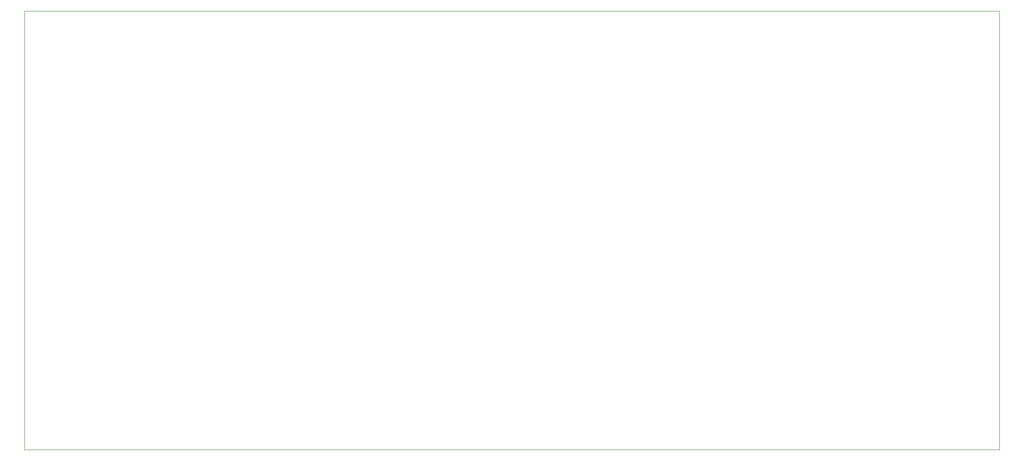
<source format=gm1>
G04 #@! TF.GenerationSoftware,KiCad,Pcbnew,(5.1.9-0-10_14)*
G04 #@! TF.CreationDate,2021-05-29T21:56:35-04:00*
G04 #@! TF.ProjectId,LiBCM,4c694243-4d2e-46b6-9963-61645f706362,A*
G04 #@! TF.SameCoordinates,Original*
G04 #@! TF.FileFunction,Profile,NP*
%FSLAX46Y46*%
G04 Gerber Fmt 4.6, Leading zero omitted, Abs format (unit mm)*
G04 Created by KiCad (PCBNEW (5.1.9-0-10_14)) date 2021-05-29 21:56:35*
%MOMM*%
%LPD*%
G01*
G04 APERTURE LIST*
G04 #@! TA.AperFunction,Profile*
%ADD10C,0.150000*%
G04 #@! TD*
G04 APERTURE END LIST*
D10*
X24750000Y-35000000D02*
X379750000Y-35000000D01*
X24750000Y-195000000D02*
X24750000Y-35000000D01*
X379750000Y-195000000D02*
X379750000Y-35000000D01*
X24750000Y-195000000D02*
X379750000Y-195000000D01*
M02*

</source>
